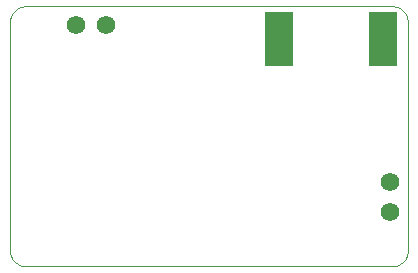
<source format=gbs>
G75*
G70*
%OFA0B0*%
%FSLAX24Y24*%
%IPPOS*%
%LPD*%
%AMOC8*
5,1,8,0,0,1.08239X$1,22.5*
%
%ADD10C,0.0020*%
%ADD11R,0.0950X0.1800*%
%ADD12C,0.0620*%
D10*
X006654Y000650D02*
X006654Y008311D01*
X006656Y008355D01*
X006662Y008398D01*
X006671Y008440D01*
X006684Y008482D01*
X006701Y008522D01*
X006721Y008561D01*
X006744Y008598D01*
X006771Y008632D01*
X006800Y008665D01*
X006833Y008694D01*
X006867Y008721D01*
X006904Y008744D01*
X006943Y008764D01*
X006983Y008781D01*
X007025Y008794D01*
X007067Y008803D01*
X007110Y008809D01*
X007154Y008811D01*
X019402Y008811D01*
X019446Y008809D01*
X019489Y008803D01*
X019531Y008794D01*
X019573Y008781D01*
X019613Y008764D01*
X019652Y008744D01*
X019689Y008721D01*
X019723Y008694D01*
X019756Y008665D01*
X019785Y008632D01*
X019812Y008598D01*
X019835Y008561D01*
X019855Y008522D01*
X019872Y008482D01*
X019885Y008440D01*
X019894Y008398D01*
X019900Y008355D01*
X019902Y008311D01*
X019902Y000650D01*
X019900Y000606D01*
X019894Y000563D01*
X019885Y000521D01*
X019872Y000479D01*
X019855Y000439D01*
X019835Y000400D01*
X019812Y000363D01*
X019785Y000329D01*
X019756Y000296D01*
X019723Y000267D01*
X019689Y000240D01*
X019652Y000217D01*
X019613Y000197D01*
X019573Y000180D01*
X019531Y000167D01*
X019489Y000158D01*
X019446Y000152D01*
X019402Y000150D01*
X007154Y000150D01*
X007110Y000152D01*
X007067Y000158D01*
X007025Y000167D01*
X006983Y000180D01*
X006943Y000197D01*
X006904Y000217D01*
X006867Y000240D01*
X006833Y000267D01*
X006800Y000296D01*
X006771Y000329D01*
X006744Y000363D01*
X006721Y000400D01*
X006701Y000439D01*
X006684Y000479D01*
X006671Y000521D01*
X006662Y000563D01*
X006656Y000606D01*
X006654Y000650D01*
D11*
X015628Y007711D03*
X019078Y007711D03*
D12*
X009853Y008190D03*
X008853Y008190D03*
X019313Y002950D03*
X019313Y001950D03*
M02*

</source>
